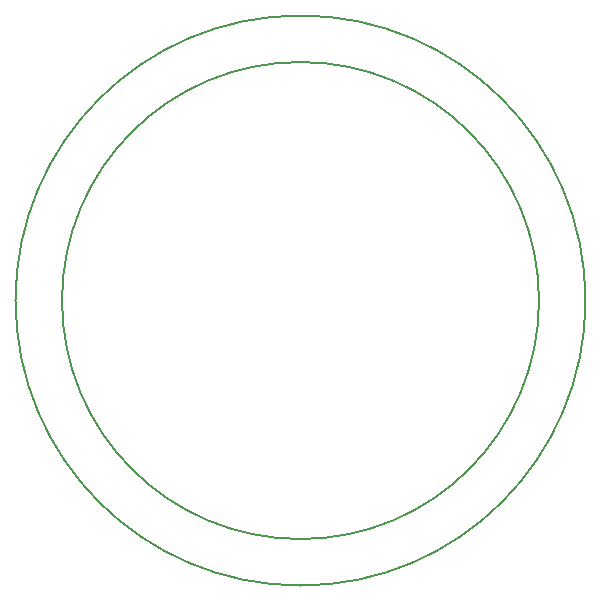
<source format=gbo>
G04 (created by PCBNEW (2013-07-07 BZR 4022)-stable) date 6/5/2014 11:35:09 PM*
%MOIN*%
G04 Gerber Fmt 3.4, Leading zero omitted, Abs format*
%FSLAX34Y34*%
G01*
G70*
G90*
G04 APERTURE LIST*
%ADD10C,0.00590551*%
%ADD11C,0.00787402*%
G04 APERTURE END LIST*
G54D10*
G54D11*
X94950Y-66750D02*
G75*
G03X94950Y-66750I-7950J0D01*
G74*
G01*
X96500Y-66750D02*
G75*
G03X96500Y-66750I-9500J0D01*
G74*
G01*
M02*

</source>
